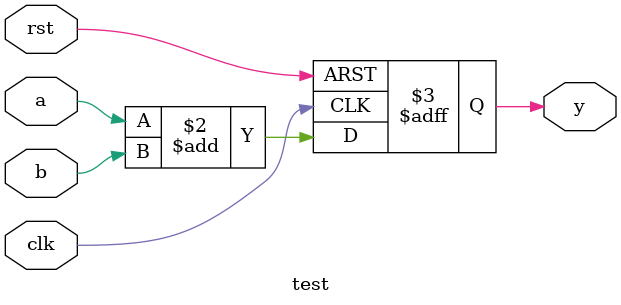
<source format=sv>
module test(input logic a,
            input logic b,
            input logic clk,
            input logic rst,
            output logic y);

    always @(posedge clk or posedge rst) begin
        if(rst) begin
            y <= 1'b0;
        end else begin
            y <= a + b;
        end
    end
endmodule
</source>
